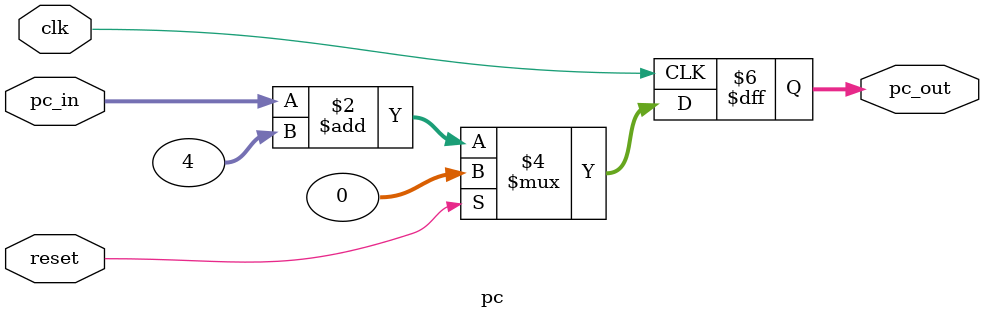
<source format=v>
`timescale 1ns / 1ps
module pc(
	input [31:0] pc_in,
	input clk,
	input reset,
	output reg [31:0] pc_out
    );
	 
	always@(posedge clk)
		if(reset)
			pc_out <= 32'b0;
		else
			pc_out <= pc_in + 4;
endmodule

</source>
